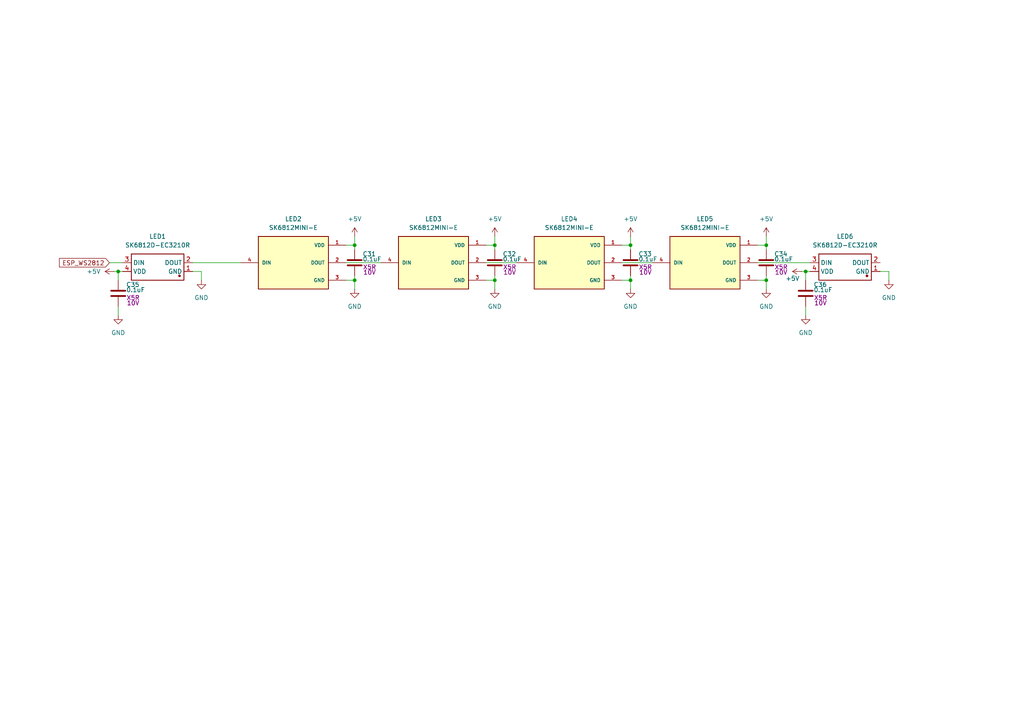
<source format=kicad_sch>
(kicad_sch
	(version 20250114)
	(generator "eeschema")
	(generator_version "9.0")
	(uuid "efba2a45-d131-4475-a444-dcf8cb888351")
	(paper "A4")
	(title_block
		(title "Nest mini drop in PCB replacement")
		(rev "v1")
		(company "by iMike78 (inpired by Onju voice and HA VPE)")
	)
	(lib_symbols
		(symbol "Device:C"
			(pin_numbers
				(hide yes)
			)
			(pin_names
				(offset 0.254)
			)
			(exclude_from_sim no)
			(in_bom yes)
			(on_board yes)
			(property "Reference" "C"
				(at 0.635 2.54 0)
				(effects
					(font
						(size 1.27 1.27)
					)
					(justify left)
				)
			)
			(property "Value" "C"
				(at 0.635 -2.54 0)
				(effects
					(font
						(size 1.27 1.27)
					)
					(justify left)
				)
			)
			(property "Footprint" ""
				(at 0.9652 -3.81 0)
				(effects
					(font
						(size 1.27 1.27)
					)
					(hide yes)
				)
			)
			(property "Datasheet" "~"
				(at 0 0 0)
				(effects
					(font
						(size 1.27 1.27)
					)
					(hide yes)
				)
			)
			(property "Description" "Unpolarized capacitor"
				(at 0 0 0)
				(effects
					(font
						(size 1.27 1.27)
					)
					(hide yes)
				)
			)
			(property "ki_keywords" "cap capacitor"
				(at 0 0 0)
				(effects
					(font
						(size 1.27 1.27)
					)
					(hide yes)
				)
			)
			(property "ki_fp_filters" "C_*"
				(at 0 0 0)
				(effects
					(font
						(size 1.27 1.27)
					)
					(hide yes)
				)
			)
			(symbol "C_0_1"
				(polyline
					(pts
						(xy -2.032 0.762) (xy 2.032 0.762)
					)
					(stroke
						(width 0.508)
						(type default)
					)
					(fill
						(type none)
					)
				)
				(polyline
					(pts
						(xy -2.032 -0.762) (xy 2.032 -0.762)
					)
					(stroke
						(width 0.508)
						(type default)
					)
					(fill
						(type none)
					)
				)
			)
			(symbol "C_1_1"
				(pin passive line
					(at 0 3.81 270)
					(length 2.794)
					(name "~"
						(effects
							(font
								(size 1.27 1.27)
							)
						)
					)
					(number "1"
						(effects
							(font
								(size 1.27 1.27)
							)
						)
					)
				)
				(pin passive line
					(at 0 -3.81 90)
					(length 2.794)
					(name "~"
						(effects
							(font
								(size 1.27 1.27)
							)
						)
					)
					(number "2"
						(effects
							(font
								(size 1.27 1.27)
							)
						)
					)
				)
			)
			(embedded_fonts no)
		)
		(symbol "New_Library:SK6812-E"
			(pin_names
				(offset 1.016)
			)
			(exclude_from_sim no)
			(in_bom yes)
			(on_board yes)
			(property "Reference" "D"
				(at -10.16 8.89 0)
				(effects
					(font
						(size 1.27 1.27)
					)
					(justify left bottom)
				)
			)
			(property "Value" "SK6812-E"
				(at -10.16 -10.16 0)
				(effects
					(font
						(size 1.27 1.27)
					)
					(justify left bottom)
				)
			)
			(property "Footprint" "SK6812-E:LED_SK6812-E"
				(at 0 0 0)
				(effects
					(font
						(size 1.27 1.27)
					)
					(justify bottom)
					(hide yes)
				)
			)
			(property "Datasheet" ""
				(at 0 0 0)
				(effects
					(font
						(size 1.27 1.27)
					)
					(hide yes)
				)
			)
			(property "Description" ""
				(at 0 0 0)
				(effects
					(font
						(size 1.27 1.27)
					)
					(hide yes)
				)
			)
			(property "MF" "DONGGUANG OPSCO OPTOELECTRONICS CO., LTD"
				(at 0 0 0)
				(effects
					(font
						(size 1.27 1.27)
					)
					(justify bottom)
					(hide yes)
				)
			)
			(property "MAXIMUM_PACKAGE_HEIGHT" "0.84mm"
				(at 0 0 0)
				(effects
					(font
						(size 1.27 1.27)
					)
					(justify bottom)
					(hide yes)
				)
			)
			(property "Package" "Package"
				(at 0 0 0)
				(effects
					(font
						(size 1.27 1.27)
					)
					(justify bottom)
					(hide yes)
				)
			)
			(property "Price" "None"
				(at 0 0 0)
				(effects
					(font
						(size 1.27 1.27)
					)
					(justify bottom)
					(hide yes)
				)
			)
			(property "Check_prices" "https://www.snapeda.com/parts/SK6812-E/DONGGUANG+OPSCO+OPTOELECTRONICS+CO.%252C+LTD/view-part/?ref=eda"
				(at 0 0 0)
				(effects
					(font
						(size 1.27 1.27)
					)
					(justify bottom)
					(hide yes)
				)
			)
			(property "STANDARD" "Manufacturer recommendations"
				(at 0 0 0)
				(effects
					(font
						(size 1.27 1.27)
					)
					(justify bottom)
					(hide yes)
				)
			)
			(property "PARTREV" "2"
				(at 0 0 0)
				(effects
					(font
						(size 1.27 1.27)
					)
					(justify bottom)
					(hide yes)
				)
			)
			(property "SnapEDA_Link" "https://www.snapeda.com/parts/SK6812-E/DONGGUANG+OPSCO+OPTOELECTRONICS+CO.%252C+LTD/view-part/?ref=snap"
				(at 0 0 0)
				(effects
					(font
						(size 1.27 1.27)
					)
					(justify bottom)
					(hide yes)
				)
			)
			(property "MP" "SK6812-E"
				(at 0 0 0)
				(effects
					(font
						(size 1.27 1.27)
					)
					(justify bottom)
					(hide yes)
				)
			)
			(property "Description_1" "SK6812MINI-E is a smart LED control circuit and light emitting circuit in one controlled LED source, which has the shape of a 3528  LED chip."
				(at 0 0 0)
				(effects
					(font
						(size 1.27 1.27)
					)
					(justify bottom)
					(hide yes)
				)
			)
			(property "Availability" "Not in stock"
				(at 0 0 0)
				(effects
					(font
						(size 1.27 1.27)
					)
					(justify bottom)
					(hide yes)
				)
			)
			(property "MANUFACTURER" "DONGGUANG OPSCO"
				(at 0 0 0)
				(effects
					(font
						(size 1.27 1.27)
					)
					(justify bottom)
					(hide yes)
				)
			)
			(symbol "SK6812-E_0_0"
				(rectangle
					(start -10.16 -7.62)
					(end 10.16 7.62)
					(stroke
						(width 0.254)
						(type default)
					)
					(fill
						(type background)
					)
				)
				(pin input line
					(at -15.24 0 0)
					(length 5.08)
					(name "DIN"
						(effects
							(font
								(size 1.016 1.016)
							)
						)
					)
					(number "4"
						(effects
							(font
								(size 1.016 1.016)
							)
						)
					)
				)
				(pin power_in line
					(at 15.24 5.08 180)
					(length 5.08)
					(name "VDD"
						(effects
							(font
								(size 1.016 1.016)
							)
						)
					)
					(number "1"
						(effects
							(font
								(size 1.016 1.016)
							)
						)
					)
				)
				(pin output line
					(at 15.24 0 180)
					(length 5.08)
					(name "DOUT"
						(effects
							(font
								(size 1.016 1.016)
							)
						)
					)
					(number "2"
						(effects
							(font
								(size 1.016 1.016)
							)
						)
					)
				)
				(pin power_in line
					(at 15.24 -5.08 180)
					(length 5.08)
					(name "GND"
						(effects
							(font
								(size 1.016 1.016)
							)
						)
					)
					(number "3"
						(effects
							(font
								(size 1.016 1.016)
							)
						)
					)
				)
			)
			(embedded_fonts no)
		)
		(symbol "New_Library:SK6812D-EC3210R"
			(exclude_from_sim no)
			(in_bom yes)
			(on_board yes)
			(property "Reference" "LED?"
				(at 0 0 0)
				(effects
					(font
						(size 1.27 1.27)
					)
				)
			)
			(property "Value" "SK6812D-EC3210R"
				(at 0 0 0)
				(effects
					(font
						(size 1.27 1.27)
					)
				)
			)
			(property "Footprint" ""
				(at 0 0 0)
				(effects
					(font
						(size 1.27 1.27)
					)
					(hide yes)
				)
			)
			(property "Datasheet" ""
				(at 0 0 0)
				(effects
					(font
						(size 1.27 1.27)
					)
					(hide yes)
				)
			)
			(property "Description" ""
				(at 0 0 0)
				(effects
					(font
						(size 1.27 1.27)
					)
					(hide yes)
				)
			)
			(property "Manufacturer Part" "SK6812D-EC3210R"
				(at 0 0 0)
				(effects
					(font
						(size 1.27 1.27)
					)
					(hide yes)
				)
			)
			(property "Manufacturer" "欧思科光电"
				(at 0 0 0)
				(effects
					(font
						(size 1.27 1.27)
					)
					(hide yes)
				)
			)
			(property "Supplier Part" "C2890041"
				(at 0 0 0)
				(effects
					(font
						(size 1.27 1.27)
					)
					(hide yes)
				)
			)
			(property "Supplier" "LCSC"
				(at 0 0 0)
				(effects
					(font
						(size 1.27 1.27)
					)
					(hide yes)
				)
			)
			(symbol "SK6812D-EC3210R_0_0"
				(rectangle
					(start -7.62 3.81)
					(end 7.62 -3.81)
					(stroke
						(width 0.254)
						(type solid)
					)
					(fill
						(type none)
					)
				)
				(circle
					(center -6.35 2.54)
					(radius 0.254)
					(stroke
						(width 0.254)
						(type solid)
					)
					(fill
						(type outline)
					)
				)
				(pin unspecified line
					(at -10.16 1.27 0)
					(length 2.54)
					(name "GND"
						(effects
							(font
								(size 1.27 1.27)
							)
						)
					)
					(number "1"
						(effects
							(font
								(size 1.27 1.27)
							)
						)
					)
				)
				(pin unspecified line
					(at -10.16 -1.27 0)
					(length 2.54)
					(name "DOUT"
						(effects
							(font
								(size 1.27 1.27)
							)
						)
					)
					(number "2"
						(effects
							(font
								(size 1.27 1.27)
							)
						)
					)
				)
				(pin unspecified line
					(at 10.16 1.27 180)
					(length 2.54)
					(name "VDD"
						(effects
							(font
								(size 1.27 1.27)
							)
						)
					)
					(number "4"
						(effects
							(font
								(size 1.27 1.27)
							)
						)
					)
				)
				(pin unspecified line
					(at 10.16 -1.27 180)
					(length 2.54)
					(name "DIN"
						(effects
							(font
								(size 1.27 1.27)
							)
						)
					)
					(number "3"
						(effects
							(font
								(size 1.27 1.27)
							)
						)
					)
				)
			)
			(embedded_fonts no)
		)
		(symbol "power:+5V"
			(power)
			(pin_numbers
				(hide yes)
			)
			(pin_names
				(offset 0)
				(hide yes)
			)
			(exclude_from_sim no)
			(in_bom yes)
			(on_board yes)
			(property "Reference" "#PWR"
				(at 0 -3.81 0)
				(effects
					(font
						(size 1.27 1.27)
					)
					(hide yes)
				)
			)
			(property "Value" "+5V"
				(at 0 3.556 0)
				(effects
					(font
						(size 1.27 1.27)
					)
				)
			)
			(property "Footprint" ""
				(at 0 0 0)
				(effects
					(font
						(size 1.27 1.27)
					)
					(hide yes)
				)
			)
			(property "Datasheet" ""
				(at 0 0 0)
				(effects
					(font
						(size 1.27 1.27)
					)
					(hide yes)
				)
			)
			(property "Description" "Power symbol creates a global label with name \"+5V\""
				(at 0 0 0)
				(effects
					(font
						(size 1.27 1.27)
					)
					(hide yes)
				)
			)
			(property "ki_keywords" "global power"
				(at 0 0 0)
				(effects
					(font
						(size 1.27 1.27)
					)
					(hide yes)
				)
			)
			(symbol "+5V_0_1"
				(polyline
					(pts
						(xy -0.762 1.27) (xy 0 2.54)
					)
					(stroke
						(width 0)
						(type default)
					)
					(fill
						(type none)
					)
				)
				(polyline
					(pts
						(xy 0 2.54) (xy 0.762 1.27)
					)
					(stroke
						(width 0)
						(type default)
					)
					(fill
						(type none)
					)
				)
				(polyline
					(pts
						(xy 0 0) (xy 0 2.54)
					)
					(stroke
						(width 0)
						(type default)
					)
					(fill
						(type none)
					)
				)
			)
			(symbol "+5V_1_1"
				(pin power_in line
					(at 0 0 90)
					(length 0)
					(name "~"
						(effects
							(font
								(size 1.27 1.27)
							)
						)
					)
					(number "1"
						(effects
							(font
								(size 1.27 1.27)
							)
						)
					)
				)
			)
			(embedded_fonts no)
		)
		(symbol "power:GND"
			(power)
			(pin_numbers
				(hide yes)
			)
			(pin_names
				(offset 0)
				(hide yes)
			)
			(exclude_from_sim no)
			(in_bom yes)
			(on_board yes)
			(property "Reference" "#PWR"
				(at 0 -6.35 0)
				(effects
					(font
						(size 1.27 1.27)
					)
					(hide yes)
				)
			)
			(property "Value" "GND"
				(at 0 -3.81 0)
				(effects
					(font
						(size 1.27 1.27)
					)
				)
			)
			(property "Footprint" ""
				(at 0 0 0)
				(effects
					(font
						(size 1.27 1.27)
					)
					(hide yes)
				)
			)
			(property "Datasheet" ""
				(at 0 0 0)
				(effects
					(font
						(size 1.27 1.27)
					)
					(hide yes)
				)
			)
			(property "Description" "Power symbol creates a global label with name \"GND\" , ground"
				(at 0 0 0)
				(effects
					(font
						(size 1.27 1.27)
					)
					(hide yes)
				)
			)
			(property "ki_keywords" "global power"
				(at 0 0 0)
				(effects
					(font
						(size 1.27 1.27)
					)
					(hide yes)
				)
			)
			(symbol "GND_0_1"
				(polyline
					(pts
						(xy 0 0) (xy 0 -1.27) (xy 1.27 -1.27) (xy 0 -2.54) (xy -1.27 -1.27) (xy 0 -1.27)
					)
					(stroke
						(width 0)
						(type default)
					)
					(fill
						(type none)
					)
				)
			)
			(symbol "GND_1_1"
				(pin power_in line
					(at 0 0 270)
					(length 0)
					(name "~"
						(effects
							(font
								(size 1.27 1.27)
							)
						)
					)
					(number "1"
						(effects
							(font
								(size 1.27 1.27)
							)
						)
					)
				)
			)
			(embedded_fonts no)
		)
	)
	(junction
		(at 222.25 71.12)
		(diameter 0)
		(color 0 0 0 0)
		(uuid "0b5c9c14-6536-4010-97ba-964c56415a7f")
	)
	(junction
		(at 182.88 71.12)
		(diameter 0)
		(color 0 0 0 0)
		(uuid "34d72d88-c0ee-4df2-a16d-a78a8c2bead6")
	)
	(junction
		(at 143.51 81.28)
		(diameter 0)
		(color 0 0 0 0)
		(uuid "58200f0a-e019-4361-a92a-ff6b96c14746")
	)
	(junction
		(at 233.68 78.74)
		(diameter 0)
		(color 0 0 0 0)
		(uuid "5f16d645-c09d-47f4-beee-0bfad48c2d73")
	)
	(junction
		(at 34.29 78.74)
		(diameter 0)
		(color 0 0 0 0)
		(uuid "886cb7ee-de3c-41b5-b66f-1e8a8ec3d530")
	)
	(junction
		(at 102.87 81.28)
		(diameter 0)
		(color 0 0 0 0)
		(uuid "93389f96-56c3-46b6-9f9e-16692187bb33")
	)
	(junction
		(at 102.87 71.12)
		(diameter 0)
		(color 0 0 0 0)
		(uuid "942f6bf2-bc28-4b8d-9327-b58bec05107e")
	)
	(junction
		(at 222.25 81.28)
		(diameter 0)
		(color 0 0 0 0)
		(uuid "a3ed4d55-4f89-41d9-a23a-96f5114d6e1f")
	)
	(junction
		(at 182.88 81.28)
		(diameter 0)
		(color 0 0 0 0)
		(uuid "dd071719-4d34-498d-8018-6f8fa5d5ca65")
	)
	(junction
		(at 143.51 71.12)
		(diameter 0)
		(color 0 0 0 0)
		(uuid "fee4d444-d011-4d7e-b330-0df95fcdfc02")
	)
	(wire
		(pts
			(xy 232.41 78.74) (xy 233.68 78.74)
		)
		(stroke
			(width 0)
			(type default)
		)
		(uuid "00286fd7-e810-4950-95d9-087b8be11957")
	)
	(wire
		(pts
			(xy 55.88 78.74) (xy 58.42 78.74)
		)
		(stroke
			(width 0)
			(type default)
		)
		(uuid "03b1c96b-80e9-41e3-a115-e13c7bcb5d66")
	)
	(wire
		(pts
			(xy 102.87 71.12) (xy 100.33 71.12)
		)
		(stroke
			(width 0)
			(type default)
		)
		(uuid "26594e92-288d-4092-991f-8e1d633c0b61")
	)
	(wire
		(pts
			(xy 55.88 76.2) (xy 69.85 76.2)
		)
		(stroke
			(width 0)
			(type default)
		)
		(uuid "3facfe3e-7350-44ff-974e-f1eb288fc2b5")
	)
	(wire
		(pts
			(xy 102.87 71.12) (xy 102.87 68.58)
		)
		(stroke
			(width 0)
			(type default)
		)
		(uuid "40d82158-7ad8-4f6c-be7f-f5e46f87e940")
	)
	(wire
		(pts
			(xy 180.34 81.28) (xy 182.88 81.28)
		)
		(stroke
			(width 0)
			(type default)
		)
		(uuid "45efc6ac-751a-47e5-ac5c-a7469cdd0d9c")
	)
	(wire
		(pts
			(xy 219.71 81.28) (xy 222.25 81.28)
		)
		(stroke
			(width 0)
			(type default)
		)
		(uuid "48b8be6a-9fb6-4225-bd12-45225d84da9e")
	)
	(wire
		(pts
			(xy 233.68 78.74) (xy 233.68 81.28)
		)
		(stroke
			(width 0)
			(type default)
		)
		(uuid "4cc70fae-5294-4103-ba9d-451b341c6b66")
	)
	(wire
		(pts
			(xy 233.68 88.9) (xy 233.68 91.44)
		)
		(stroke
			(width 0)
			(type default)
		)
		(uuid "55110d18-286e-4047-ac83-e218572fa7bb")
	)
	(wire
		(pts
			(xy 143.51 71.12) (xy 143.51 68.58)
		)
		(stroke
			(width 0)
			(type default)
		)
		(uuid "57670aff-838c-48a0-8acc-5d21d175b45e")
	)
	(wire
		(pts
			(xy 140.97 76.2) (xy 149.86 76.2)
		)
		(stroke
			(width 0)
			(type default)
		)
		(uuid "58103c6e-f0fb-4465-84c1-13fd5885b194")
	)
	(wire
		(pts
			(xy 102.87 81.28) (xy 102.87 83.82)
		)
		(stroke
			(width 0)
			(type default)
		)
		(uuid "5b2dbaad-1523-445b-9eff-522d2ef47e65")
	)
	(wire
		(pts
			(xy 182.88 80.01) (xy 182.88 81.28)
		)
		(stroke
			(width 0)
			(type default)
		)
		(uuid "67360b32-7d36-4152-a504-fda4130eff1e")
	)
	(wire
		(pts
			(xy 182.88 71.12) (xy 182.88 72.39)
		)
		(stroke
			(width 0)
			(type default)
		)
		(uuid "67ae8751-3870-46c9-acfa-1a70d3cb1842")
	)
	(wire
		(pts
			(xy 34.29 78.74) (xy 34.29 81.28)
		)
		(stroke
			(width 0)
			(type default)
		)
		(uuid "6857af0a-f8c6-4f0d-a80c-a6fa95053534")
	)
	(wire
		(pts
			(xy 222.25 80.01) (xy 222.25 81.28)
		)
		(stroke
			(width 0)
			(type default)
		)
		(uuid "69582520-8f57-4301-b785-bc39fe02e1f1")
	)
	(wire
		(pts
			(xy 33.02 78.74) (xy 34.29 78.74)
		)
		(stroke
			(width 0)
			(type default)
		)
		(uuid "6ce55354-b67f-43b6-9ce7-bfa60ae515c9")
	)
	(wire
		(pts
			(xy 219.71 76.2) (xy 234.95 76.2)
		)
		(stroke
			(width 0)
			(type default)
		)
		(uuid "7192dd6e-6b15-47d7-9fcc-6cc85d9ce980")
	)
	(wire
		(pts
			(xy 180.34 76.2) (xy 189.23 76.2)
		)
		(stroke
			(width 0)
			(type default)
		)
		(uuid "73b42379-3d4a-4dce-bae2-dd9d34495359")
	)
	(wire
		(pts
			(xy 31.75 76.2) (xy 35.56 76.2)
		)
		(stroke
			(width 0)
			(type default)
		)
		(uuid "73c10f73-301c-4770-873e-d74d807ff0b3")
	)
	(wire
		(pts
			(xy 182.88 81.28) (xy 182.88 83.82)
		)
		(stroke
			(width 0)
			(type default)
		)
		(uuid "7a7b0930-6a22-42a7-8206-1a8636fdd5ce")
	)
	(wire
		(pts
			(xy 143.51 80.01) (xy 143.51 81.28)
		)
		(stroke
			(width 0)
			(type default)
		)
		(uuid "7f4035a7-a619-432c-9b0b-74218a595142")
	)
	(wire
		(pts
			(xy 100.33 76.2) (xy 110.49 76.2)
		)
		(stroke
			(width 0)
			(type default)
		)
		(uuid "868db60a-ef16-45c4-b168-a55e62754b8b")
	)
	(wire
		(pts
			(xy 34.29 88.9) (xy 34.29 91.44)
		)
		(stroke
			(width 0)
			(type default)
		)
		(uuid "8ed9457c-fb18-41ba-aba7-c3f843a2d077")
	)
	(wire
		(pts
			(xy 143.51 71.12) (xy 143.51 72.39)
		)
		(stroke
			(width 0)
			(type default)
		)
		(uuid "91baef17-5488-40aa-bec5-c9eb33c329f6")
	)
	(wire
		(pts
			(xy 219.71 71.12) (xy 222.25 71.12)
		)
		(stroke
			(width 0)
			(type default)
		)
		(uuid "9365c075-d03a-4e82-95c4-3f5d24170a8b")
	)
	(wire
		(pts
			(xy 100.33 81.28) (xy 102.87 81.28)
		)
		(stroke
			(width 0)
			(type default)
		)
		(uuid "9542ca08-0099-49c3-89df-838ce504f817")
	)
	(wire
		(pts
			(xy 140.97 81.28) (xy 143.51 81.28)
		)
		(stroke
			(width 0)
			(type default)
		)
		(uuid "968d3746-31c4-43ae-b3cf-b564d4fcc06c")
	)
	(wire
		(pts
			(xy 222.25 71.12) (xy 222.25 68.58)
		)
		(stroke
			(width 0)
			(type default)
		)
		(uuid "97f6a178-302e-4b7f-9b8e-8592a12d60d7")
	)
	(wire
		(pts
			(xy 222.25 81.28) (xy 222.25 83.82)
		)
		(stroke
			(width 0)
			(type default)
		)
		(uuid "a92e33ec-c905-4a32-9200-b326939a1dd8")
	)
	(wire
		(pts
			(xy 222.25 71.12) (xy 222.25 72.39)
		)
		(stroke
			(width 0)
			(type default)
		)
		(uuid "b47a11fb-a244-4068-a869-54fb36fae0e3")
	)
	(wire
		(pts
			(xy 140.97 71.12) (xy 143.51 71.12)
		)
		(stroke
			(width 0)
			(type default)
		)
		(uuid "c92e54f9-3b78-4207-961c-146fd8325629")
	)
	(wire
		(pts
			(xy 102.87 71.12) (xy 102.87 72.39)
		)
		(stroke
			(width 0)
			(type default)
		)
		(uuid "ca217f3d-97dc-49e7-8c32-9cc08f9b5ea0")
	)
	(wire
		(pts
			(xy 182.88 71.12) (xy 182.88 68.58)
		)
		(stroke
			(width 0)
			(type default)
		)
		(uuid "d3402828-e7e8-40e4-b50d-1123d4f47686")
	)
	(wire
		(pts
			(xy 233.68 78.74) (xy 234.95 78.74)
		)
		(stroke
			(width 0)
			(type default)
		)
		(uuid "d38dffe8-b57a-4c4a-b8e8-bf8ed8d9fb4a")
	)
	(wire
		(pts
			(xy 143.51 81.28) (xy 143.51 83.82)
		)
		(stroke
			(width 0)
			(type default)
		)
		(uuid "d8712040-b71c-4b7e-9a25-4537c796a669")
	)
	(wire
		(pts
			(xy 255.27 78.74) (xy 257.81 78.74)
		)
		(stroke
			(width 0)
			(type default)
		)
		(uuid "d9e21948-4f3a-4277-b0b4-c2c1eb20ace0")
	)
	(wire
		(pts
			(xy 34.29 78.74) (xy 35.56 78.74)
		)
		(stroke
			(width 0)
			(type default)
		)
		(uuid "dc773f15-d779-43a4-9ea9-54de20245a2f")
	)
	(wire
		(pts
			(xy 180.34 71.12) (xy 182.88 71.12)
		)
		(stroke
			(width 0)
			(type default)
		)
		(uuid "dd199481-34fb-4dcb-a53f-28cf351cf2b4")
	)
	(wire
		(pts
			(xy 58.42 78.74) (xy 58.42 81.28)
		)
		(stroke
			(width 0)
			(type default)
		)
		(uuid "e97ed3a3-4bc2-4613-b986-6e5a67ec249f")
	)
	(wire
		(pts
			(xy 257.81 78.74) (xy 257.81 81.28)
		)
		(stroke
			(width 0)
			(type default)
		)
		(uuid "f76869b5-4764-4b41-a76d-2fe819560020")
	)
	(wire
		(pts
			(xy 102.87 80.01) (xy 102.87 81.28)
		)
		(stroke
			(width 0)
			(type default)
		)
		(uuid "fd709875-1aa1-4bce-bdf0-faf51a5d8e20")
	)
	(global_label "ESP_WS2812"
		(shape input)
		(at 31.75 76.2 180)
		(fields_autoplaced yes)
		(effects
			(font
				(size 1.27 1.27)
			)
			(justify right)
		)
		(uuid "be90346f-23f8-4c29-8df9-6d4ac792f2da")
		(property "Intersheetrefs" "${INTERSHEET_REFS}"
			(at 16.6698 76.2 0)
			(effects
				(font
					(size 1.27 1.27)
				)
				(justify right)
				(hide yes)
			)
		)
	)
	(symbol
		(lib_id "power:+5V")
		(at 182.88 68.58 0)
		(unit 1)
		(exclude_from_sim no)
		(in_bom yes)
		(on_board yes)
		(dnp no)
		(fields_autoplaced yes)
		(uuid "0b565f6f-0b8f-4822-bef0-1c953b99485b")
		(property "Reference" "#PWR065"
			(at 182.88 72.39 0)
			(effects
				(font
					(size 1.27 1.27)
				)
				(hide yes)
			)
		)
		(property "Value" "+5V"
			(at 182.88 63.5 0)
			(effects
				(font
					(size 1.27 1.27)
				)
			)
		)
		(property "Footprint" ""
			(at 182.88 68.58 0)
			(effects
				(font
					(size 1.27 1.27)
				)
				(hide yes)
			)
		)
		(property "Datasheet" ""
			(at 182.88 68.58 0)
			(effects
				(font
					(size 1.27 1.27)
				)
				(hide yes)
			)
		)
		(property "Description" "Power symbol creates a global label with name \"+5V\""
			(at 182.88 68.58 0)
			(effects
				(font
					(size 1.27 1.27)
				)
				(hide yes)
			)
		)
		(pin "1"
			(uuid "13e179e5-5db4-4368-abe0-8b0f2d7bafa2")
		)
		(instances
			(project ""
				(path "/204e071a-14ed-47a0-be54-332ac2b951cf/18f90dfa-9bd7-48d0-80c5-47366522e296"
					(reference "#PWR065")
					(unit 1)
				)
			)
		)
	)
	(symbol
		(lib_id "Device:C")
		(at 102.87 76.2 0)
		(unit 1)
		(exclude_from_sim no)
		(in_bom yes)
		(on_board yes)
		(dnp no)
		(uuid "22782bac-3703-422d-9fb5-5c5bfa8111a8")
		(property "Reference" "C31"
			(at 105.156 73.66 0)
			(effects
				(font
					(size 1.27 1.27)
				)
				(justify left)
			)
		)
		(property "Value" "0.1uF"
			(at 105.156 75.184 0)
			(effects
				(font
					(size 1.27 1.27)
				)
				(justify left)
			)
		)
		(property "Footprint" "Capacitor_SMD:C_0402_1005Metric"
			(at 103.8352 80.01 0)
			(effects
				(font
					(size 1.27 1.27)
				)
				(hide yes)
			)
		)
		(property "Datasheet" "~"
			(at 102.87 76.2 0)
			(effects
				(font
					(size 1.27 1.27)
				)
				(hide yes)
			)
		)
		(property "Description" "Unpolarized capacitor"
			(at 102.87 76.2 0)
			(effects
				(font
					(size 1.27 1.27)
				)
				(hide yes)
			)
		)
		(property "Dielectric" "X5R"
			(at 107.188 77.47 0)
			(effects
				(font
					(size 1.27 1.27)
				)
			)
		)
		(property "Voltage" "10V"
			(at 107.188 78.994 0)
			(effects
				(font
					(size 1.27 1.27)
				)
			)
		)
		(property "Function" "LED"
			(at 102.87 76.2 0)
			(effects
				(font
					(size 1.27 1.27)
				)
				(hide yes)
			)
		)
		(pin "1"
			(uuid "7ef770f0-2c65-40b1-97a4-88096c4ada92")
		)
		(pin "2"
			(uuid "293f56c0-067b-49bc-8993-c942721ea176")
		)
		(instances
			(project ""
				(path "/204e071a-14ed-47a0-be54-332ac2b951cf/18f90dfa-9bd7-48d0-80c5-47366522e296"
					(reference "C31")
					(unit 1)
				)
			)
		)
	)
	(symbol
		(lib_id "power:GND")
		(at 58.42 81.28 0)
		(unit 1)
		(exclude_from_sim no)
		(in_bom yes)
		(on_board yes)
		(dnp no)
		(fields_autoplaced yes)
		(uuid "24f954ae-e9a9-4940-a878-a8678f479ae8")
		(property "Reference" "#PWR062"
			(at 58.42 87.63 0)
			(effects
				(font
					(size 1.27 1.27)
				)
				(hide yes)
			)
		)
		(property "Value" "GND"
			(at 58.42 86.36 0)
			(effects
				(font
					(size 1.27 1.27)
				)
			)
		)
		(property "Footprint" ""
			(at 58.42 81.28 0)
			(effects
				(font
					(size 1.27 1.27)
				)
				(hide yes)
			)
		)
		(property "Datasheet" ""
			(at 58.42 81.28 0)
			(effects
				(font
					(size 1.27 1.27)
				)
				(hide yes)
			)
		)
		(property "Description" "Power symbol creates a global label with name \"GND\" , ground"
			(at 58.42 81.28 0)
			(effects
				(font
					(size 1.27 1.27)
				)
				(hide yes)
			)
		)
		(pin "1"
			(uuid "20c0518c-45de-4db3-9c93-98a477809845")
		)
		(instances
			(project ""
				(path "/204e071a-14ed-47a0-be54-332ac2b951cf/18f90dfa-9bd7-48d0-80c5-47366522e296"
					(reference "#PWR062")
					(unit 1)
				)
			)
		)
	)
	(symbol
		(lib_id "power:+5V")
		(at 143.51 68.58 0)
		(unit 1)
		(exclude_from_sim no)
		(in_bom yes)
		(on_board yes)
		(dnp no)
		(fields_autoplaced yes)
		(uuid "331a407e-71f0-4ebf-934b-91d22cd11e1c")
		(property "Reference" "#PWR064"
			(at 143.51 72.39 0)
			(effects
				(font
					(size 1.27 1.27)
				)
				(hide yes)
			)
		)
		(property "Value" "+5V"
			(at 143.51 63.5 0)
			(effects
				(font
					(size 1.27 1.27)
				)
			)
		)
		(property "Footprint" ""
			(at 143.51 68.58 0)
			(effects
				(font
					(size 1.27 1.27)
				)
				(hide yes)
			)
		)
		(property "Datasheet" ""
			(at 143.51 68.58 0)
			(effects
				(font
					(size 1.27 1.27)
				)
				(hide yes)
			)
		)
		(property "Description" "Power symbol creates a global label with name \"+5V\""
			(at 143.51 68.58 0)
			(effects
				(font
					(size 1.27 1.27)
				)
				(hide yes)
			)
		)
		(pin "1"
			(uuid "3285023a-ef80-41e7-b145-cdfa3f5bcffe")
		)
		(instances
			(project ""
				(path "/204e071a-14ed-47a0-be54-332ac2b951cf/18f90dfa-9bd7-48d0-80c5-47366522e296"
					(reference "#PWR064")
					(unit 1)
				)
			)
		)
	)
	(symbol
		(lib_id "Device:C")
		(at 233.68 85.09 0)
		(unit 1)
		(exclude_from_sim no)
		(in_bom yes)
		(on_board yes)
		(dnp no)
		(uuid "37c3006a-b745-46d5-a997-40397cfc064a")
		(property "Reference" "C36"
			(at 235.966 82.55 0)
			(effects
				(font
					(size 1.27 1.27)
				)
				(justify left)
			)
		)
		(property "Value" "0.1uF"
			(at 235.966 84.074 0)
			(effects
				(font
					(size 1.27 1.27)
				)
				(justify left)
			)
		)
		(property "Footprint" "Capacitor_SMD:C_0402_1005Metric"
			(at 234.6452 88.9 0)
			(effects
				(font
					(size 1.27 1.27)
				)
				(hide yes)
			)
		)
		(property "Datasheet" "~"
			(at 233.68 85.09 0)
			(effects
				(font
					(size 1.27 1.27)
				)
				(hide yes)
			)
		)
		(property "Description" "Unpolarized capacitor"
			(at 233.68 85.09 0)
			(effects
				(font
					(size 1.27 1.27)
				)
				(hide yes)
			)
		)
		(property "Dielectric" "X5R"
			(at 237.998 86.36 0)
			(effects
				(font
					(size 1.27 1.27)
				)
			)
		)
		(property "Voltage" "10V"
			(at 237.998 87.884 0)
			(effects
				(font
					(size 1.27 1.27)
				)
			)
		)
		(property "Function" "LED"
			(at 233.68 85.09 0)
			(effects
				(font
					(size 1.27 1.27)
				)
				(hide yes)
			)
		)
		(pin "1"
			(uuid "051ad853-c031-412e-9ece-adeaa7d9c662")
		)
		(pin "2"
			(uuid "49b34665-1987-420e-b5ed-e5af0147a871")
		)
		(instances
			(project "OBJ_PCB_onju_by_imike78_2025-05-11"
				(path "/204e071a-14ed-47a0-be54-332ac2b951cf/18f90dfa-9bd7-48d0-80c5-47366522e296"
					(reference "C36")
					(unit 1)
				)
			)
		)
	)
	(symbol
		(lib_id "New_Library:SK6812-E")
		(at 85.09 76.2 0)
		(unit 1)
		(exclude_from_sim no)
		(in_bom yes)
		(on_board yes)
		(dnp no)
		(fields_autoplaced yes)
		(uuid "38fc0d81-8831-4a6d-a660-da4c13383491")
		(property "Reference" "LED2"
			(at 85.09 63.5 0)
			(effects
				(font
					(size 1.27 1.27)
				)
			)
		)
		(property "Value" "SK6812MINI-E"
			(at 85.09 66.04 0)
			(effects
				(font
					(size 1.27 1.27)
				)
			)
		)
		(property "Footprint" "Onju:SK6812MINI-E"
			(at 85.09 76.2 0)
			(effects
				(font
					(size 1.27 1.27)
				)
				(justify bottom)
				(hide yes)
			)
		)
		(property "Datasheet" ""
			(at 85.09 76.2 0)
			(effects
				(font
					(size 1.27 1.27)
				)
				(hide yes)
			)
		)
		(property "Description" ""
			(at 85.09 76.2 0)
			(effects
				(font
					(size 1.27 1.27)
				)
				(hide yes)
			)
		)
		(property "MF" "DONGGUANG OPSCO OPTOELECTRONICS CO., LTD"
			(at 85.09 76.2 0)
			(effects
				(font
					(size 1.27 1.27)
				)
				(justify bottom)
				(hide yes)
			)
		)
		(property "MAXIMUM_PACKAGE_HEIGHT" "0.84mm"
			(at 85.09 76.2 0)
			(effects
				(font
					(size 1.27 1.27)
				)
				(justify bottom)
				(hide yes)
			)
		)
		(property "Package" "Package"
			(at 85.09 76.2 0)
			(effects
				(font
					(size 1.27 1.27)
				)
				(justify bottom)
				(hide yes)
			)
		)
		(property "Price" "None"
			(at 85.09 76.2 0)
			(effects
				(font
					(size 1.27 1.27)
				)
				(justify bottom)
				(hide yes)
			)
		)
		(property "Check_prices" "https://www.snapeda.com/parts/SK6812-E/DONGGUANG+OPSCO+OPTOELECTRONICS+CO.%252C+LTD/view-part/?ref=eda"
			(at 85.09 76.2 0)
			(effects
				(font
					(size 1.27 1.27)
				)
				(justify bottom)
				(hide yes)
			)
		)
		(property "STANDARD" "Manufacturer recommendations"
			(at 85.09 76.2 0)
			(effects
				(font
					(size 1.27 1.27)
				)
				(justify bottom)
				(hide yes)
			)
		)
		(property "PARTREV" "2"
			(at 85.09 76.2 0)
			(effects
				(font
					(size 1.27 1.27)
				)
				(justify bottom)
				(hide yes)
			)
		)
		(property "SnapEDA_Link" "https://www.snapeda.com/parts/SK6812-E/DONGGUANG+OPSCO+OPTOELECTRONICS+CO.%252C+LTD/view-part/?ref=snap"
			(at 85.09 76.2 0)
			(effects
				(font
					(size 1.27 1.27)
				)
				(justify bottom)
				(hide yes)
			)
		)
		(property "MP" "SK6812-E"
			(at 85.09 76.2 0)
			(effects
				(font
					(size 1.27 1.27)
				)
				(justify bottom)
				(hide yes)
			)
		)
		(property "Description_1" "SK6812MINI-E is a smart LED control circuit and light emitting circuit in one controlled LED source, which has the shape of a 3528  LED chip."
			(at 85.09 76.2 0)
			(effects
				(font
					(size 1.27 1.27)
				)
				(justify bottom)
				(hide yes)
			)
		)
		(property "Availability" "Not in stock"
			(at 85.09 76.2 0)
			(effects
				(font
					(size 1.27 1.27)
				)
				(justify bottom)
				(hide yes)
			)
		)
		(property "MANUFACTURER" "DONGGUANG OPSCO"
			(at 85.09 76.2 0)
			(effects
				(font
					(size 1.27 1.27)
				)
				(justify bottom)
				(hide yes)
			)
		)
		(property "Function" "LED"
			(at 85.09 76.2 0)
			(effects
				(font
					(size 1.27 1.27)
				)
				(hide yes)
			)
		)
		(pin "2"
			(uuid "0e3331bc-ff43-4026-b001-e274a9d10dd5")
		)
		(pin "4"
			(uuid "8676b189-2f69-4c4c-b699-7075b58d1404")
		)
		(pin "1"
			(uuid "22e035da-95d7-4848-99fe-a4d01e9bd462")
		)
		(pin "3"
			(uuid "cfdcc374-106b-4dd2-b70b-44cf79b5f6fe")
		)
		(instances
			(project ""
				(path "/204e071a-14ed-47a0-be54-332ac2b951cf/18f90dfa-9bd7-48d0-80c5-47366522e296"
					(reference "LED2")
					(unit 1)
				)
			)
		)
	)
	(symbol
		(lib_id "power:GND")
		(at 257.81 81.28 0)
		(unit 1)
		(exclude_from_sim no)
		(in_bom yes)
		(on_board yes)
		(dnp no)
		(fields_autoplaced yes)
		(uuid "47af20c9-a858-4a00-a8c1-2745f6b1774c")
		(property "Reference" "#PWR059"
			(at 257.81 87.63 0)
			(effects
				(font
					(size 1.27 1.27)
				)
				(hide yes)
			)
		)
		(property "Value" "GND"
			(at 257.81 86.36 0)
			(effects
				(font
					(size 1.27 1.27)
				)
			)
		)
		(property "Footprint" ""
			(at 257.81 81.28 0)
			(effects
				(font
					(size 1.27 1.27)
				)
				(hide yes)
			)
		)
		(property "Datasheet" ""
			(at 257.81 81.28 0)
			(effects
				(font
					(size 1.27 1.27)
				)
				(hide yes)
			)
		)
		(property "Description" "Power symbol creates a global label with name \"GND\" , ground"
			(at 257.81 81.28 0)
			(effects
				(font
					(size 1.27 1.27)
				)
				(hide yes)
			)
		)
		(pin "1"
			(uuid "627a8b8e-e190-4ed9-9543-1951b8cc753c")
		)
		(instances
			(project ""
				(path "/204e071a-14ed-47a0-be54-332ac2b951cf/18f90dfa-9bd7-48d0-80c5-47366522e296"
					(reference "#PWR059")
					(unit 1)
				)
			)
		)
	)
	(symbol
		(lib_id "power:GND")
		(at 222.25 83.82 0)
		(unit 1)
		(exclude_from_sim no)
		(in_bom yes)
		(on_board yes)
		(dnp no)
		(fields_autoplaced yes)
		(uuid "531cd3a5-7385-4b40-9924-175dc76840e7")
		(property "Reference" "#PWR057"
			(at 222.25 90.17 0)
			(effects
				(font
					(size 1.27 1.27)
				)
				(hide yes)
			)
		)
		(property "Value" "GND"
			(at 222.25 88.9 0)
			(effects
				(font
					(size 1.27 1.27)
				)
			)
		)
		(property "Footprint" ""
			(at 222.25 83.82 0)
			(effects
				(font
					(size 1.27 1.27)
				)
				(hide yes)
			)
		)
		(property "Datasheet" ""
			(at 222.25 83.82 0)
			(effects
				(font
					(size 1.27 1.27)
				)
				(hide yes)
			)
		)
		(property "Description" "Power symbol creates a global label with name \"GND\" , ground"
			(at 222.25 83.82 0)
			(effects
				(font
					(size 1.27 1.27)
				)
				(hide yes)
			)
		)
		(pin "1"
			(uuid "2214ce19-d124-42e8-aeec-5ed18e0bc14f")
		)
		(instances
			(project ""
				(path "/204e071a-14ed-47a0-be54-332ac2b951cf/18f90dfa-9bd7-48d0-80c5-47366522e296"
					(reference "#PWR057")
					(unit 1)
				)
			)
		)
	)
	(symbol
		(lib_id "New_Library:SK6812-E")
		(at 125.73 76.2 0)
		(unit 1)
		(exclude_from_sim no)
		(in_bom yes)
		(on_board yes)
		(dnp no)
		(fields_autoplaced yes)
		(uuid "546609f8-2342-491a-b40b-2ac99bde5306")
		(property "Reference" "LED3"
			(at 125.73 63.5 0)
			(effects
				(font
					(size 1.27 1.27)
				)
			)
		)
		(property "Value" "SK6812MINI-E"
			(at 125.73 66.04 0)
			(effects
				(font
					(size 1.27 1.27)
				)
			)
		)
		(property "Footprint" "Onju:SK6812MINI-E"
			(at 125.73 76.2 0)
			(effects
				(font
					(size 1.27 1.27)
				)
				(justify bottom)
				(hide yes)
			)
		)
		(property "Datasheet" ""
			(at 125.73 76.2 0)
			(effects
				(font
					(size 1.27 1.27)
				)
				(hide yes)
			)
		)
		(property "Description" ""
			(at 125.73 76.2 0)
			(effects
				(font
					(size 1.27 1.27)
				)
				(hide yes)
			)
		)
		(property "MF" "DONGGUANG OPSCO OPTOELECTRONICS CO., LTD"
			(at 125.73 76.2 0)
			(effects
				(font
					(size 1.27 1.27)
				)
				(justify bottom)
				(hide yes)
			)
		)
		(property "MAXIMUM_PACKAGE_HEIGHT" "0.84mm"
			(at 125.73 76.2 0)
			(effects
				(font
					(size 1.27 1.27)
				)
				(justify bottom)
				(hide yes)
			)
		)
		(property "Package" "Package"
			(at 125.73 76.2 0)
			(effects
				(font
					(size 1.27 1.27)
				)
				(justify bottom)
				(hide yes)
			)
		)
		(property "Price" "None"
			(at 125.73 76.2 0)
			(effects
				(font
					(size 1.27 1.27)
				)
				(justify bottom)
				(hide yes)
			)
		)
		(property "Check_prices" "https://www.snapeda.com/parts/SK6812-E/DONGGUANG+OPSCO+OPTOELECTRONICS+CO.%252C+LTD/view-part/?ref=eda"
			(at 125.73 76.2 0)
			(effects
				(font
					(size 1.27 1.27)
				)
				(justify bottom)
				(hide yes)
			)
		)
		(property "STANDARD" "Manufacturer recommendations"
			(at 125.73 76.2 0)
			(effects
				(font
					(size 1.27 1.27)
				)
				(justify bottom)
				(hide yes)
			)
		)
		(property "PARTREV" "2"
			(at 125.73 76.2 0)
			(effects
				(font
					(size 1.27 1.27)
				)
				(justify bottom)
				(hide yes)
			)
		)
		(property "SnapEDA_Link" "https://www.snapeda.com/parts/SK6812-E/DONGGUANG+OPSCO+OPTOELECTRONICS+CO.%252C+LTD/view-part/?ref=snap"
			(at 125.73 76.2 0)
			(effects
				(font
					(size 1.27 1.27)
				)
				(justify bottom)
				(hide yes)
			)
		)
		(property "MP" "SK6812-E"
			(at 125.73 76.2 0)
			(effects
				(font
					(size 1.27 1.27)
				)
				(justify bottom)
				(hide yes)
			)
		)
		(property "Description_1" "SK6812MINI-E is a smart LED control circuit and light emitting circuit in one controlled LED source, which has the shape of a 3528  LED chip."
			(at 125.73 76.2 0)
			(effects
				(font
					(size 1.27 1.27)
				)
				(justify bottom)
				(hide yes)
			)
		)
		(property "Availability" "Not in stock"
			(at 125.73 76.2 0)
			(effects
				(font
					(size 1.27 1.27)
				)
				(justify bottom)
				(hide yes)
			)
		)
		(property "MANUFACTURER" "DONGGUANG OPSCO"
			(at 125.73 76.2 0)
			(effects
				(font
					(size 1.27 1.27)
				)
				(justify bottom)
				(hide yes)
			)
		)
		(property "Function" "LED"
			(at 125.73 76.2 0)
			(effects
				(font
					(size 1.27 1.27)
				)
				(hide yes)
			)
		)
		(pin "2"
			(uuid "ed3d6c0f-6cc2-4f65-bcf7-5679f86f25c2")
		)
		(pin "4"
			(uuid "4e82cb55-65cf-4923-9d38-74a3b99e92f9")
		)
		(pin "1"
			(uuid "3fd12dc9-71d0-42d7-8275-75c7de739b7b")
		)
		(pin "3"
			(uuid "5d9f21ce-de35-4db7-a54c-63c7a651ea1f")
		)
		(instances
			(project "OBJ_PCB_onju_by_imike78_2025-05-11"
				(path "/204e071a-14ed-47a0-be54-332ac2b951cf/18f90dfa-9bd7-48d0-80c5-47366522e296"
					(reference "LED3")
					(unit 1)
				)
			)
		)
	)
	(symbol
		(lib_id "power:+5V")
		(at 232.41 78.74 90)
		(unit 1)
		(exclude_from_sim no)
		(in_bom yes)
		(on_board yes)
		(dnp no)
		(uuid "70a3d347-107a-481f-adc7-906704add54d")
		(property "Reference" "#PWR067"
			(at 236.22 78.74 0)
			(effects
				(font
					(size 1.27 1.27)
				)
				(hide yes)
			)
		)
		(property "Value" "+5V"
			(at 231.902 80.772 90)
			(effects
				(font
					(size 1.27 1.27)
				)
				(justify left)
			)
		)
		(property "Footprint" ""
			(at 232.41 78.74 0)
			(effects
				(font
					(size 1.27 1.27)
				)
				(hide yes)
			)
		)
		(property "Datasheet" ""
			(at 232.41 78.74 0)
			(effects
				(font
					(size 1.27 1.27)
				)
				(hide yes)
			)
		)
		(property "Description" "Power symbol creates a global label with name \"+5V\""
			(at 232.41 78.74 0)
			(effects
				(font
					(size 1.27 1.27)
				)
				(hide yes)
			)
		)
		(pin "1"
			(uuid "e1757b89-9105-439f-928e-68509110940e")
		)
		(instances
			(project ""
				(path "/204e071a-14ed-47a0-be54-332ac2b951cf/18f90dfa-9bd7-48d0-80c5-47366522e296"
					(reference "#PWR067")
					(unit 1)
				)
			)
		)
	)
	(symbol
		(lib_id "New_Library:SK6812-E")
		(at 165.1 76.2 0)
		(unit 1)
		(exclude_from_sim no)
		(in_bom yes)
		(on_board yes)
		(dnp no)
		(fields_autoplaced yes)
		(uuid "8270bce1-640c-4eab-9ad1-48a3a72bac62")
		(property "Reference" "LED4"
			(at 165.1 63.5 0)
			(effects
				(font
					(size 1.27 1.27)
				)
			)
		)
		(property "Value" "SK6812MINI-E"
			(at 165.1 66.04 0)
			(effects
				(font
					(size 1.27 1.27)
				)
			)
		)
		(property "Footprint" "Onju:SK6812MINI-E"
			(at 165.1 76.2 0)
			(effects
				(font
					(size 1.27 1.27)
				)
				(justify bottom)
				(hide yes)
			)
		)
		(property "Datasheet" ""
			(at 165.1 76.2 0)
			(effects
				(font
					(size 1.27 1.27)
				)
				(hide yes)
			)
		)
		(property "Description" ""
			(at 165.1 76.2 0)
			(effects
				(font
					(size 1.27 1.27)
				)
				(hide yes)
			)
		)
		(property "MF" "DONGGUANG OPSCO OPTOELECTRONICS CO., LTD"
			(at 165.1 76.2 0)
			(effects
				(font
					(size 1.27 1.27)
				)
				(justify bottom)
				(hide yes)
			)
		)
		(property "MAXIMUM_PACKAGE_HEIGHT" "0.84mm"
			(at 165.1 76.2 0)
			(effects
				(font
					(size 1.27 1.27)
				)
				(justify bottom)
				(hide yes)
			)
		)
		(property "Package" "Package"
			(at 165.1 76.2 0)
			(effects
				(font
					(size 1.27 1.27)
				)
				(justify bottom)
				(hide yes)
			)
		)
		(property "Price" "None"
			(at 165.1 76.2 0)
			(effects
				(font
					(size 1.27 1.27)
				)
				(justify bottom)
				(hide yes)
			)
		)
		(property "Check_prices" "https://www.snapeda.com/parts/SK6812-E/DONGGUANG+OPSCO+OPTOELECTRONICS+CO.%252C+LTD/view-part/?ref=eda"
			(at 165.1 76.2 0)
			(effects
				(font
					(size 1.27 1.27)
				)
				(justify bottom)
				(hide yes)
			)
		)
		(property "STANDARD" "Manufacturer recommendations"
			(at 165.1 76.2 0)
			(effects
				(font
					(size 1.27 1.27)
				)
				(justify bottom)
				(hide yes)
			)
		)
		(property "PARTREV" "2"
			(at 165.1 76.2 0)
			(effects
				(font
					(size 1.27 1.27)
				)
				(justify bottom)
				(hide yes)
			)
		)
		(property "SnapEDA_Link" "https://www.snapeda.com/parts/SK6812-E/DONGGUANG+OPSCO+OPTOELECTRONICS+CO.%252C+LTD/view-part/?ref=snap"
			(at 165.1 76.2 0)
			(effects
				(font
					(size 1.27 1.27)
				)
				(justify bottom)
				(hide yes)
			)
		)
		(property "MP" "SK6812-E"
			(at 165.1 76.2 0)
			(effects
				(font
					(size 1.27 1.27)
				)
				(justify bottom)
				(hide yes)
			)
		)
		(property "Description_1" "SK6812MINI-E is a smart LED control circuit and light emitting circuit in one controlled LED source, which has the shape of a 3528  LED chip."
			(at 165.1 76.2 0)
			(effects
				(font
					(size 1.27 1.27)
				)
				(justify bottom)
				(hide yes)
			)
		)
		(property "Availability" "Not in stock"
			(at 165.1 76.2 0)
			(effects
				(font
					(size 1.27 1.27)
				)
				(justify bottom)
				(hide yes)
			)
		)
		(property "MANUFACTURER" "DONGGUANG OPSCO"
			(at 165.1 76.2 0)
			(effects
				(font
					(size 1.27 1.27)
				)
				(justify bottom)
				(hide yes)
			)
		)
		(property "Function" "LED"
			(at 165.1 76.2 0)
			(effects
				(font
					(size 1.27 1.27)
				)
				(hide yes)
			)
		)
		(pin "2"
			(uuid "bfda5f8c-08c7-4d77-8940-b781ff843724")
		)
		(pin "4"
			(uuid "e23d21ac-6982-44d6-8b91-3a9150d42627")
		)
		(pin "1"
			(uuid "5c582cfe-110c-4463-81d2-7876ece62825")
		)
		(pin "3"
			(uuid "f564ab05-4f39-499b-92c2-3e5a3671250f")
		)
		(instances
			(project "OBJ_PCB_onju_by_imike78_2025-05-11"
				(path "/204e071a-14ed-47a0-be54-332ac2b951cf/18f90dfa-9bd7-48d0-80c5-47366522e296"
					(reference "LED4")
					(unit 1)
				)
			)
		)
	)
	(symbol
		(lib_id "Device:C")
		(at 222.25 76.2 0)
		(unit 1)
		(exclude_from_sim no)
		(in_bom yes)
		(on_board yes)
		(dnp no)
		(uuid "846ac443-155c-4e8a-b525-cf730c8b972b")
		(property "Reference" "C34"
			(at 224.536 73.66 0)
			(effects
				(font
					(size 1.27 1.27)
				)
				(justify left)
			)
		)
		(property "Value" "0.1uF"
			(at 224.536 75.184 0)
			(effects
				(font
					(size 1.27 1.27)
				)
				(justify left)
			)
		)
		(property "Footprint" "Capacitor_SMD:C_0402_1005Metric"
			(at 223.2152 80.01 0)
			(effects
				(font
					(size 1.27 1.27)
				)
				(hide yes)
			)
		)
		(property "Datasheet" "~"
			(at 222.25 76.2 0)
			(effects
				(font
					(size 1.27 1.27)
				)
				(hide yes)
			)
		)
		(property "Description" "Unpolarized capacitor"
			(at 222.25 76.2 0)
			(effects
				(font
					(size 1.27 1.27)
				)
				(hide yes)
			)
		)
		(property "Dielectric" "X5R"
			(at 226.568 77.47 0)
			(effects
				(font
					(size 1.27 1.27)
				)
			)
		)
		(property "Voltage" "10V"
			(at 226.568 78.994 0)
			(effects
				(font
					(size 1.27 1.27)
				)
			)
		)
		(property "Function" "LED"
			(at 222.25 76.2 0)
			(effects
				(font
					(size 1.27 1.27)
				)
				(hide yes)
			)
		)
		(pin "1"
			(uuid "62349497-7c4e-4e34-a591-bebc930d0ee4")
		)
		(pin "2"
			(uuid "9a24ca3d-59a4-41d7-9443-ff20166e50dc")
		)
		(instances
			(project "OBJ_PCB_onju_by_imike78_2025-05-11"
				(path "/204e071a-14ed-47a0-be54-332ac2b951cf/18f90dfa-9bd7-48d0-80c5-47366522e296"
					(reference "C34")
					(unit 1)
				)
			)
		)
	)
	(symbol
		(lib_id "New_Library:SK6812D-EC3210R")
		(at 45.72 77.47 180)
		(unit 1)
		(exclude_from_sim no)
		(in_bom yes)
		(on_board yes)
		(dnp no)
		(fields_autoplaced yes)
		(uuid "869baf0e-79cc-4143-8259-cfcaaa8fb69b")
		(property "Reference" "LED1"
			(at 45.72 68.58 0)
			(effects
				(font
					(size 1.27 1.27)
				)
			)
		)
		(property "Value" "SK6812D-EC3210R"
			(at 45.72 71.12 0)
			(effects
				(font
					(size 1.27 1.27)
				)
			)
		)
		(property "Footprint" "Onju:LED-SMD_4P_SK6812D-EC3210R"
			(at 45.72 77.47 0)
			(effects
				(font
					(size 1.27 1.27)
				)
				(hide yes)
			)
		)
		(property "Datasheet" ""
			(at 45.72 77.47 0)
			(effects
				(font
					(size 1.27 1.27)
				)
				(hide yes)
			)
		)
		(property "Description" ""
			(at 45.72 77.47 0)
			(effects
				(font
					(size 1.27 1.27)
				)
				(hide yes)
			)
		)
		(property "Manufacturer Part" "SK6812D-EC3210R"
			(at 45.72 77.47 0)
			(effects
				(font
					(size 1.27 1.27)
				)
				(hide yes)
			)
		)
		(property "Manufacturer" "欧思科光电"
			(at 45.72 77.47 0)
			(effects
				(font
					(size 1.27 1.27)
				)
				(hide yes)
			)
		)
		(property "Supplier Part" "C2890041"
			(at 45.72 77.47 0)
			(effects
				(font
					(size 1.27 1.27)
				)
				(hide yes)
			)
		)
		(property "Supplier" "LCSC"
			(at 45.72 77.47 0)
			(effects
				(font
					(size 1.27 1.27)
				)
				(hide yes)
			)
		)
		(property "Function" "LED"
			(at 45.72 77.47 0)
			(effects
				(font
					(size 1.27 1.27)
				)
				(hide yes)
			)
		)
		(pin "2"
			(uuid "56052b7b-03fc-4880-843a-3c0236059c54")
		)
		(pin "4"
			(uuid "96abc424-4850-4663-8a40-89a93aceda3f")
		)
		(pin "3"
			(uuid "e4276a4c-945e-4bf2-a9d6-b94559928419")
		)
		(pin "1"
			(uuid "35821e36-1ae8-4f42-994f-a75a33682835")
		)
		(instances
			(project ""
				(path "/204e071a-14ed-47a0-be54-332ac2b951cf/18f90dfa-9bd7-48d0-80c5-47366522e296"
					(reference "LED1")
					(unit 1)
				)
			)
		)
	)
	(symbol
		(lib_id "New_Library:SK6812D-EC3210R")
		(at 245.11 77.47 180)
		(unit 1)
		(exclude_from_sim no)
		(in_bom yes)
		(on_board yes)
		(dnp no)
		(fields_autoplaced yes)
		(uuid "923b72d2-aace-4ccc-bd0b-78a6490b71a0")
		(property "Reference" "LED6"
			(at 245.11 68.58 0)
			(effects
				(font
					(size 1.27 1.27)
				)
			)
		)
		(property "Value" "SK6812D-EC3210R"
			(at 245.11 71.12 0)
			(effects
				(font
					(size 1.27 1.27)
				)
			)
		)
		(property "Footprint" "Onju:LED-SMD_4P_SK6812D-EC3210R"
			(at 245.11 77.47 0)
			(effects
				(font
					(size 1.27 1.27)
				)
				(hide yes)
			)
		)
		(property "Datasheet" ""
			(at 245.11 77.47 0)
			(effects
				(font
					(size 1.27 1.27)
				)
				(hide yes)
			)
		)
		(property "Description" ""
			(at 245.11 77.47 0)
			(effects
				(font
					(size 1.27 1.27)
				)
				(hide yes)
			)
		)
		(property "Manufacturer Part" "SK6812D-EC3210R"
			(at 245.11 77.47 0)
			(effects
				(font
					(size 1.27 1.27)
				)
				(hide yes)
			)
		)
		(property "Manufacturer" "欧思科光电"
			(at 245.11 77.47 0)
			(effects
				(font
					(size 1.27 1.27)
				)
				(hide yes)
			)
		)
		(property "Supplier Part" "C2890041"
			(at 245.11 77.47 0)
			(effects
				(font
					(size 1.27 1.27)
				)
				(hide yes)
			)
		)
		(property "Supplier" "LCSC"
			(at 245.11 77.47 0)
			(effects
				(font
					(size 1.27 1.27)
				)
				(hide yes)
			)
		)
		(property "Function" "LED"
			(at 245.11 77.47 0)
			(effects
				(font
					(size 1.27 1.27)
				)
				(hide yes)
			)
		)
		(pin "3"
			(uuid "d41cdb23-8655-4ace-8606-22842cb5ef55")
		)
		(pin "1"
			(uuid "fb9cc1c6-0a00-4102-87ef-3cd194263a9c")
		)
		(pin "4"
			(uuid "163ecbac-0b23-49bd-bd89-e3d8b615db60")
		)
		(pin "2"
			(uuid "1b8a395e-e905-49ca-a73e-8e0463d6e165")
		)
		(instances
			(project ""
				(path "/204e071a-14ed-47a0-be54-332ac2b951cf/18f90dfa-9bd7-48d0-80c5-47366522e296"
					(reference "LED6")
					(unit 1)
				)
			)
		)
	)
	(symbol
		(lib_id "power:GND")
		(at 102.87 83.82 0)
		(unit 1)
		(exclude_from_sim no)
		(in_bom yes)
		(on_board yes)
		(dnp no)
		(fields_autoplaced yes)
		(uuid "925232a8-a87c-473e-911b-6c5ffcdd7f0b")
		(property "Reference" "#PWR061"
			(at 102.87 90.17 0)
			(effects
				(font
					(size 1.27 1.27)
				)
				(hide yes)
			)
		)
		(property "Value" "GND"
			(at 102.87 88.9 0)
			(effects
				(font
					(size 1.27 1.27)
				)
			)
		)
		(property "Footprint" ""
			(at 102.87 83.82 0)
			(effects
				(font
					(size 1.27 1.27)
				)
				(hide yes)
			)
		)
		(property "Datasheet" ""
			(at 102.87 83.82 0)
			(effects
				(font
					(size 1.27 1.27)
				)
				(hide yes)
			)
		)
		(property "Description" "Power symbol creates a global label with name \"GND\" , ground"
			(at 102.87 83.82 0)
			(effects
				(font
					(size 1.27 1.27)
				)
				(hide yes)
			)
		)
		(pin "1"
			(uuid "c4b9e8c9-ea27-49cf-913d-7561f791cec0")
		)
		(instances
			(project ""
				(path "/204e071a-14ed-47a0-be54-332ac2b951cf/18f90dfa-9bd7-48d0-80c5-47366522e296"
					(reference "#PWR061")
					(unit 1)
				)
			)
		)
	)
	(symbol
		(lib_id "New_Library:SK6812-E")
		(at 204.47 76.2 0)
		(unit 1)
		(exclude_from_sim no)
		(in_bom yes)
		(on_board yes)
		(dnp no)
		(fields_autoplaced yes)
		(uuid "a4390880-dd6c-4a5f-9a17-a270d90ec0a7")
		(property "Reference" "LED5"
			(at 204.47 63.5 0)
			(effects
				(font
					(size 1.27 1.27)
				)
			)
		)
		(property "Value" "SK6812MINI-E"
			(at 204.47 66.04 0)
			(effects
				(font
					(size 1.27 1.27)
				)
			)
		)
		(property "Footprint" "Onju:SK6812MINI-E"
			(at 204.47 76.2 0)
			(effects
				(font
					(size 1.27 1.27)
				)
				(justify bottom)
				(hide yes)
			)
		)
		(property "Datasheet" ""
			(at 204.47 76.2 0)
			(effects
				(font
					(size 1.27 1.27)
				)
				(hide yes)
			)
		)
		(property "Description" ""
			(at 204.47 76.2 0)
			(effects
				(font
					(size 1.27 1.27)
				)
				(hide yes)
			)
		)
		(property "MF" "DONGGUANG OPSCO OPTOELECTRONICS CO., LTD"
			(at 204.47 76.2 0)
			(effects
				(font
					(size 1.27 1.27)
				)
				(justify bottom)
				(hide yes)
			)
		)
		(property "MAXIMUM_PACKAGE_HEIGHT" "0.84mm"
			(at 204.47 76.2 0)
			(effects
				(font
					(size 1.27 1.27)
				)
				(justify bottom)
				(hide yes)
			)
		)
		(property "Package" "Package"
			(at 204.47 76.2 0)
			(effects
				(font
					(size 1.27 1.27)
				)
				(justify bottom)
				(hide yes)
			)
		)
		(property "Price" "None"
			(at 204.47 76.2 0)
			(effects
				(font
					(size 1.27 1.27)
				)
				(justify bottom)
				(hide yes)
			)
		)
		(property "Check_prices" "https://www.snapeda.com/parts/SK6812-E/DONGGUANG+OPSCO+OPTOELECTRONICS+CO.%252C+LTD/view-part/?ref=eda"
			(at 204.47 76.2 0)
			(effects
				(font
					(size 1.27 1.27)
				)
				(justify bottom)
				(hide yes)
			)
		)
		(property "STANDARD" "Manufacturer recommendations"
			(at 204.47 76.2 0)
			(effects
				(font
					(size 1.27 1.27)
				)
				(justify bottom)
				(hide yes)
			)
		)
		(property "PARTREV" "2"
			(at 204.47 76.2 0)
			(effects
				(font
					(size 1.27 1.27)
				)
				(justify bottom)
				(hide yes)
			)
		)
		(property "SnapEDA_Link" "https://www.snapeda.com/parts/SK6812-E/DONGGUANG+OPSCO+OPTOELECTRONICS+CO.%252C+LTD/view-part/?ref=snap"
			(at 204.47 76.2 0)
			(effects
				(font
					(size 1.27 1.27)
				)
				(justify bottom)
				(hide yes)
			)
		)
		(property "MP" "SK6812-E"
			(at 204.47 76.2 0)
			(effects
				(font
					(size 1.27 1.27)
				)
				(justify bottom)
				(hide yes)
			)
		)
		(property "Description_1" "SK6812MINI-E is a smart LED control circuit and light emitting circuit in one controlled LED source, which has the shape of a 3528  LED chip."
			(at 204.47 76.2 0)
			(effects
				(font
					(size 1.27 1.27)
				)
				(justify bottom)
				(hide yes)
			)
		)
		(property "Availability" "Not in stock"
			(at 204.47 76.2 0)
			(effects
				(font
					(size 1.27 1.27)
				)
				(justify bottom)
				(hide yes)
			)
		)
		(property "MANUFACTURER" "DONGGUANG OPSCO"
			(at 204.47 76.2 0)
			(effects
				(font
					(size 1.27 1.27)
				)
				(justify bottom)
				(hide yes)
			)
		)
		(property "Function" "LED"
			(at 204.47 76.2 0)
			(effects
				(font
					(size 1.27 1.27)
				)
				(hide yes)
			)
		)
		(pin "2"
			(uuid "4ef77a0f-1d91-481d-ba72-b255fccb61e2")
		)
		(pin "4"
			(uuid "2d5daff6-6360-4052-a28a-43dbb317376b")
		)
		(pin "1"
			(uuid "6d2da2fc-2ec7-4a86-a553-0cbbaf4f88d6")
		)
		(pin "3"
			(uuid "3280c7fb-62c1-4226-9091-9d2c616ad991")
		)
		(instances
			(project "OBJ_PCB_onju_by_imike78_2025-05-11"
				(path "/204e071a-14ed-47a0-be54-332ac2b951cf/18f90dfa-9bd7-48d0-80c5-47366522e296"
					(reference "LED5")
					(unit 1)
				)
			)
		)
	)
	(symbol
		(lib_id "power:GND")
		(at 143.51 83.82 0)
		(unit 1)
		(exclude_from_sim no)
		(in_bom yes)
		(on_board yes)
		(dnp no)
		(fields_autoplaced yes)
		(uuid "a56b104f-c8bd-412e-a7dc-659252de71f4")
		(property "Reference" "#PWR060"
			(at 143.51 90.17 0)
			(effects
				(font
					(size 1.27 1.27)
				)
				(hide yes)
			)
		)
		(property "Value" "GND"
			(at 143.51 88.9 0)
			(effects
				(font
					(size 1.27 1.27)
				)
			)
		)
		(property "Footprint" ""
			(at 143.51 83.82 0)
			(effects
				(font
					(size 1.27 1.27)
				)
				(hide yes)
			)
		)
		(property "Datasheet" ""
			(at 143.51 83.82 0)
			(effects
				(font
					(size 1.27 1.27)
				)
				(hide yes)
			)
		)
		(property "Description" "Power symbol creates a global label with name \"GND\" , ground"
			(at 143.51 83.82 0)
			(effects
				(font
					(size 1.27 1.27)
				)
				(hide yes)
			)
		)
		(pin "1"
			(uuid "c81677f0-54e1-493e-9aca-262f694d7459")
		)
		(instances
			(project ""
				(path "/204e071a-14ed-47a0-be54-332ac2b951cf/18f90dfa-9bd7-48d0-80c5-47366522e296"
					(reference "#PWR060")
					(unit 1)
				)
			)
		)
	)
	(symbol
		(lib_id "Device:C")
		(at 143.51 76.2 0)
		(unit 1)
		(exclude_from_sim no)
		(in_bom yes)
		(on_board yes)
		(dnp no)
		(uuid "ad8e91e5-f4c4-4a9f-b170-8816a6e62ea6")
		(property "Reference" "C32"
			(at 145.796 73.66 0)
			(effects
				(font
					(size 1.27 1.27)
				)
				(justify left)
			)
		)
		(property "Value" "0.1uF"
			(at 145.796 75.184 0)
			(effects
				(font
					(size 1.27 1.27)
				)
				(justify left)
			)
		)
		(property "Footprint" "Capacitor_SMD:C_0402_1005Metric"
			(at 144.4752 80.01 0)
			(effects
				(font
					(size 1.27 1.27)
				)
				(hide yes)
			)
		)
		(property "Datasheet" "~"
			(at 143.51 76.2 0)
			(effects
				(font
					(size 1.27 1.27)
				)
				(hide yes)
			)
		)
		(property "Description" "Unpolarized capacitor"
			(at 143.51 76.2 0)
			(effects
				(font
					(size 1.27 1.27)
				)
				(hide yes)
			)
		)
		(property "Dielectric" "X5R"
			(at 147.828 77.47 0)
			(effects
				(font
					(size 1.27 1.27)
				)
			)
		)
		(property "Voltage" "10V"
			(at 147.828 78.994 0)
			(effects
				(font
					(size 1.27 1.27)
				)
			)
		)
		(property "Function" "LED"
			(at 143.51 76.2 0)
			(effects
				(font
					(size 1.27 1.27)
				)
				(hide yes)
			)
		)
		(pin "1"
			(uuid "5ceadf22-4c5b-4586-939f-6316e22f2e82")
		)
		(pin "2"
			(uuid "7aeecca5-08f9-4833-867f-d49f8d07f036")
		)
		(instances
			(project "OBJ_PCB_onju_by_imike78_2025-05-11"
				(path "/204e071a-14ed-47a0-be54-332ac2b951cf/18f90dfa-9bd7-48d0-80c5-47366522e296"
					(reference "C32")
					(unit 1)
				)
			)
		)
	)
	(symbol
		(lib_id "power:+5V")
		(at 102.87 68.58 0)
		(unit 1)
		(exclude_from_sim no)
		(in_bom yes)
		(on_board yes)
		(dnp no)
		(fields_autoplaced yes)
		(uuid "bc97069f-5a97-4be8-a4aa-480a6ecb2b6f")
		(property "Reference" "#PWR063"
			(at 102.87 72.39 0)
			(effects
				(font
					(size 1.27 1.27)
				)
				(hide yes)
			)
		)
		(property "Value" "+5V"
			(at 102.87 63.5 0)
			(effects
				(font
					(size 1.27 1.27)
				)
			)
		)
		(property "Footprint" ""
			(at 102.87 68.58 0)
			(effects
				(font
					(size 1.27 1.27)
				)
				(hide yes)
			)
		)
		(property "Datasheet" ""
			(at 102.87 68.58 0)
			(effects
				(font
					(size 1.27 1.27)
				)
				(hide yes)
			)
		)
		(property "Description" "Power symbol creates a global label with name \"+5V\""
			(at 102.87 68.58 0)
			(effects
				(font
					(size 1.27 1.27)
				)
				(hide yes)
			)
		)
		(pin "1"
			(uuid "717e40a4-a77b-4b40-8b5b-8207dc150005")
		)
		(instances
			(project ""
				(path "/204e071a-14ed-47a0-be54-332ac2b951cf/18f90dfa-9bd7-48d0-80c5-47366522e296"
					(reference "#PWR063")
					(unit 1)
				)
			)
		)
	)
	(symbol
		(lib_id "power:+5V")
		(at 33.02 78.74 90)
		(unit 1)
		(exclude_from_sim no)
		(in_bom yes)
		(on_board yes)
		(dnp no)
		(fields_autoplaced yes)
		(uuid "c31da1ff-958d-42ae-ae68-ecb73b85fa47")
		(property "Reference" "#PWR068"
			(at 36.83 78.74 0)
			(effects
				(font
					(size 1.27 1.27)
				)
				(hide yes)
			)
		)
		(property "Value" "+5V"
			(at 29.21 78.7399 90)
			(effects
				(font
					(size 1.27 1.27)
				)
				(justify left)
			)
		)
		(property "Footprint" ""
			(at 33.02 78.74 0)
			(effects
				(font
					(size 1.27 1.27)
				)
				(hide yes)
			)
		)
		(property "Datasheet" ""
			(at 33.02 78.74 0)
			(effects
				(font
					(size 1.27 1.27)
				)
				(hide yes)
			)
		)
		(property "Description" "Power symbol creates a global label with name \"+5V\""
			(at 33.02 78.74 0)
			(effects
				(font
					(size 1.27 1.27)
				)
				(hide yes)
			)
		)
		(pin "1"
			(uuid "4b5dc262-ed7b-4628-8c4c-52194f1fc495")
		)
		(instances
			(project ""
				(path "/204e071a-14ed-47a0-be54-332ac2b951cf/18f90dfa-9bd7-48d0-80c5-47366522e296"
					(reference "#PWR068")
					(unit 1)
				)
			)
		)
	)
	(symbol
		(lib_id "power:GND")
		(at 34.29 91.44 0)
		(unit 1)
		(exclude_from_sim no)
		(in_bom yes)
		(on_board yes)
		(dnp no)
		(fields_autoplaced yes)
		(uuid "c43f4b0e-df21-4898-9e06-ea4ebd6f6d94")
		(property "Reference" "#PWR070"
			(at 34.29 97.79 0)
			(effects
				(font
					(size 1.27 1.27)
				)
				(hide yes)
			)
		)
		(property "Value" "GND"
			(at 34.29 96.52 0)
			(effects
				(font
					(size 1.27 1.27)
				)
			)
		)
		(property "Footprint" ""
			(at 34.29 91.44 0)
			(effects
				(font
					(size 1.27 1.27)
				)
				(hide yes)
			)
		)
		(property "Datasheet" ""
			(at 34.29 91.44 0)
			(effects
				(font
					(size 1.27 1.27)
				)
				(hide yes)
			)
		)
		(property "Description" "Power symbol creates a global label with name \"GND\" , ground"
			(at 34.29 91.44 0)
			(effects
				(font
					(size 1.27 1.27)
				)
				(hide yes)
			)
		)
		(pin "1"
			(uuid "bf8622ef-ba69-4560-abf9-745df096ca3a")
		)
		(instances
			(project ""
				(path "/204e071a-14ed-47a0-be54-332ac2b951cf/18f90dfa-9bd7-48d0-80c5-47366522e296"
					(reference "#PWR070")
					(unit 1)
				)
			)
		)
	)
	(symbol
		(lib_id "power:+5V")
		(at 222.25 68.58 0)
		(unit 1)
		(exclude_from_sim no)
		(in_bom yes)
		(on_board yes)
		(dnp no)
		(fields_autoplaced yes)
		(uuid "cce0ac82-b9b1-4a6a-b910-e223ade82fe7")
		(property "Reference" "#PWR066"
			(at 222.25 72.39 0)
			(effects
				(font
					(size 1.27 1.27)
				)
				(hide yes)
			)
		)
		(property "Value" "+5V"
			(at 222.25 63.5 0)
			(effects
				(font
					(size 1.27 1.27)
				)
			)
		)
		(property "Footprint" ""
			(at 222.25 68.58 0)
			(effects
				(font
					(size 1.27 1.27)
				)
				(hide yes)
			)
		)
		(property "Datasheet" ""
			(at 222.25 68.58 0)
			(effects
				(font
					(size 1.27 1.27)
				)
				(hide yes)
			)
		)
		(property "Description" "Power symbol creates a global label with name \"+5V\""
			(at 222.25 68.58 0)
			(effects
				(font
					(size 1.27 1.27)
				)
				(hide yes)
			)
		)
		(pin "1"
			(uuid "bfab040d-47ef-4226-95f6-0064bc82dec7")
		)
		(instances
			(project ""
				(path "/204e071a-14ed-47a0-be54-332ac2b951cf/18f90dfa-9bd7-48d0-80c5-47366522e296"
					(reference "#PWR066")
					(unit 1)
				)
			)
		)
	)
	(symbol
		(lib_id "Device:C")
		(at 34.29 85.09 0)
		(unit 1)
		(exclude_from_sim no)
		(in_bom yes)
		(on_board yes)
		(dnp no)
		(uuid "ced32880-c427-4cce-b2c7-9114d6a96c9e")
		(property "Reference" "C35"
			(at 36.576 82.55 0)
			(effects
				(font
					(size 1.27 1.27)
				)
				(justify left)
			)
		)
		(property "Value" "0.1uF"
			(at 36.576 84.074 0)
			(effects
				(font
					(size 1.27 1.27)
				)
				(justify left)
			)
		)
		(property "Footprint" "Capacitor_SMD:C_0402_1005Metric"
			(at 35.2552 88.9 0)
			(effects
				(font
					(size 1.27 1.27)
				)
				(hide yes)
			)
		)
		(property "Datasheet" "~"
			(at 34.29 85.09 0)
			(effects
				(font
					(size 1.27 1.27)
				)
				(hide yes)
			)
		)
		(property "Description" "Unpolarized capacitor"
			(at 34.29 85.09 0)
			(effects
				(font
					(size 1.27 1.27)
				)
				(hide yes)
			)
		)
		(property "Dielectric" "X5R"
			(at 38.608 86.36 0)
			(effects
				(font
					(size 1.27 1.27)
				)
			)
		)
		(property "Voltage" "10V"
			(at 38.608 87.884 0)
			(effects
				(font
					(size 1.27 1.27)
				)
			)
		)
		(property "Function" "LED"
			(at 34.29 85.09 0)
			(effects
				(font
					(size 1.27 1.27)
				)
				(hide yes)
			)
		)
		(pin "1"
			(uuid "ad431743-15af-45b5-8cb7-9abe38f8e750")
		)
		(pin "2"
			(uuid "73540627-a6b8-4a3b-8d62-fbbeef0b41fe")
		)
		(instances
			(project "OBJ_PCB_onju_by_imike78_2025-05-11"
				(path "/204e071a-14ed-47a0-be54-332ac2b951cf/18f90dfa-9bd7-48d0-80c5-47366522e296"
					(reference "C35")
					(unit 1)
				)
			)
		)
	)
	(symbol
		(lib_id "Device:C")
		(at 182.88 76.2 0)
		(unit 1)
		(exclude_from_sim no)
		(in_bom yes)
		(on_board yes)
		(dnp no)
		(uuid "cf1b5328-58eb-4387-9299-6e8b04dac273")
		(property "Reference" "C33"
			(at 185.166 73.66 0)
			(effects
				(font
					(size 1.27 1.27)
				)
				(justify left)
			)
		)
		(property "Value" "0.1uF"
			(at 185.166 75.184 0)
			(effects
				(font
					(size 1.27 1.27)
				)
				(justify left)
			)
		)
		(property "Footprint" "Capacitor_SMD:C_0402_1005Metric"
			(at 183.8452 80.01 0)
			(effects
				(font
					(size 1.27 1.27)
				)
				(hide yes)
			)
		)
		(property "Datasheet" "~"
			(at 182.88 76.2 0)
			(effects
				(font
					(size 1.27 1.27)
				)
				(hide yes)
			)
		)
		(property "Description" "Unpolarized capacitor"
			(at 182.88 76.2 0)
			(effects
				(font
					(size 1.27 1.27)
				)
				(hide yes)
			)
		)
		(property "Dielectric" "X5R"
			(at 187.198 77.47 0)
			(effects
				(font
					(size 1.27 1.27)
				)
			)
		)
		(property "Voltage" "10V"
			(at 187.198 78.994 0)
			(effects
				(font
					(size 1.27 1.27)
				)
			)
		)
		(property "Function" "LED"
			(at 182.88 76.2 0)
			(effects
				(font
					(size 1.27 1.27)
				)
				(hide yes)
			)
		)
		(pin "1"
			(uuid "bad9cf67-7cd9-46f8-b598-374cac71fbba")
		)
		(pin "2"
			(uuid "e88af43d-ff6f-4b17-bce8-73f5d20eefdf")
		)
		(instances
			(project "OBJ_PCB_onju_by_imike78_2025-05-11"
				(path "/204e071a-14ed-47a0-be54-332ac2b951cf/18f90dfa-9bd7-48d0-80c5-47366522e296"
					(reference "C33")
					(unit 1)
				)
			)
		)
	)
	(symbol
		(lib_id "power:GND")
		(at 233.68 91.44 0)
		(unit 1)
		(exclude_from_sim no)
		(in_bom yes)
		(on_board yes)
		(dnp no)
		(fields_autoplaced yes)
		(uuid "ef864a7c-bb0d-4d98-a859-f005bed54e4f")
		(property "Reference" "#PWR069"
			(at 233.68 97.79 0)
			(effects
				(font
					(size 1.27 1.27)
				)
				(hide yes)
			)
		)
		(property "Value" "GND"
			(at 233.68 96.52 0)
			(effects
				(font
					(size 1.27 1.27)
				)
			)
		)
		(property "Footprint" ""
			(at 233.68 91.44 0)
			(effects
				(font
					(size 1.27 1.27)
				)
				(hide yes)
			)
		)
		(property "Datasheet" ""
			(at 233.68 91.44 0)
			(effects
				(font
					(size 1.27 1.27)
				)
				(hide yes)
			)
		)
		(property "Description" "Power symbol creates a global label with name \"GND\" , ground"
			(at 233.68 91.44 0)
			(effects
				(font
					(size 1.27 1.27)
				)
				(hide yes)
			)
		)
		(pin "1"
			(uuid "d4a370f0-2da4-4006-a4c8-70bdcbe99357")
		)
		(instances
			(project ""
				(path "/204e071a-14ed-47a0-be54-332ac2b951cf/18f90dfa-9bd7-48d0-80c5-47366522e296"
					(reference "#PWR069")
					(unit 1)
				)
			)
		)
	)
	(symbol
		(lib_id "power:GND")
		(at 182.88 83.82 0)
		(unit 1)
		(exclude_from_sim no)
		(in_bom yes)
		(on_board yes)
		(dnp no)
		(fields_autoplaced yes)
		(uuid "fd6bddf8-0c8c-48a6-9693-04d720587dc0")
		(property "Reference" "#PWR058"
			(at 182.88 90.17 0)
			(effects
				(font
					(size 1.27 1.27)
				)
				(hide yes)
			)
		)
		(property "Value" "GND"
			(at 182.88 88.9 0)
			(effects
				(font
					(size 1.27 1.27)
				)
			)
		)
		(property "Footprint" ""
			(at 182.88 83.82 0)
			(effects
				(font
					(size 1.27 1.27)
				)
				(hide yes)
			)
		)
		(property "Datasheet" ""
			(at 182.88 83.82 0)
			(effects
				(font
					(size 1.27 1.27)
				)
				(hide yes)
			)
		)
		(property "Description" "Power symbol creates a global label with name \"GND\" , ground"
			(at 182.88 83.82 0)
			(effects
				(font
					(size 1.27 1.27)
				)
				(hide yes)
			)
		)
		(pin "1"
			(uuid "8c4dffe5-72a0-47fc-8a03-2e8fbd524366")
		)
		(instances
			(project ""
				(path "/204e071a-14ed-47a0-be54-332ac2b951cf/18f90dfa-9bd7-48d0-80c5-47366522e296"
					(reference "#PWR058")
					(unit 1)
				)
			)
		)
	)
)

</source>
